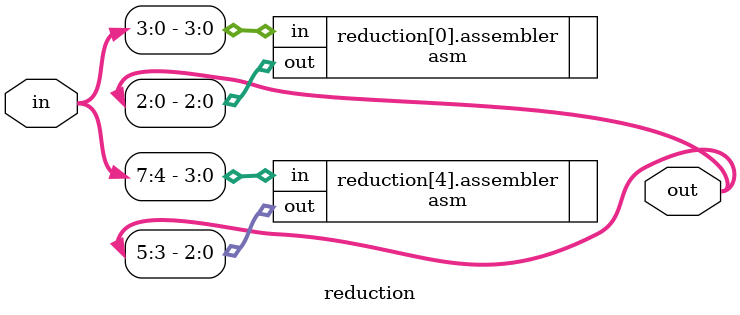
<source format=v>
`timescale 1ns / 1ps
module reduction(in,out);
	
	function integer clog2;
		input integer value;
		begin
			value = value-1;
			for (clog2=0; value>0; clog2=clog2+1)
			value = value>>1;
		end
	endfunction
	
	parameter N=8;
	parameter M=4;
	parameter OUT=(N/M)*(M/2+1);
	parameter W=M/2;
	
	input [N-1:0] in;
	output [OUT-1:0] out;
	
	//wire [OUT-1:0] temp;
	
	genvar i;
	generate
		for(i=0;i<N;i=i+M) begin: reduction
			asm #(.SIZE(M)) assembler(.in(in[i+:M]),.out(out[(i-i/M)+:(M/2)+1]));
		end
	endgenerate
	
	//assign out=temp;

endmodule

</source>
